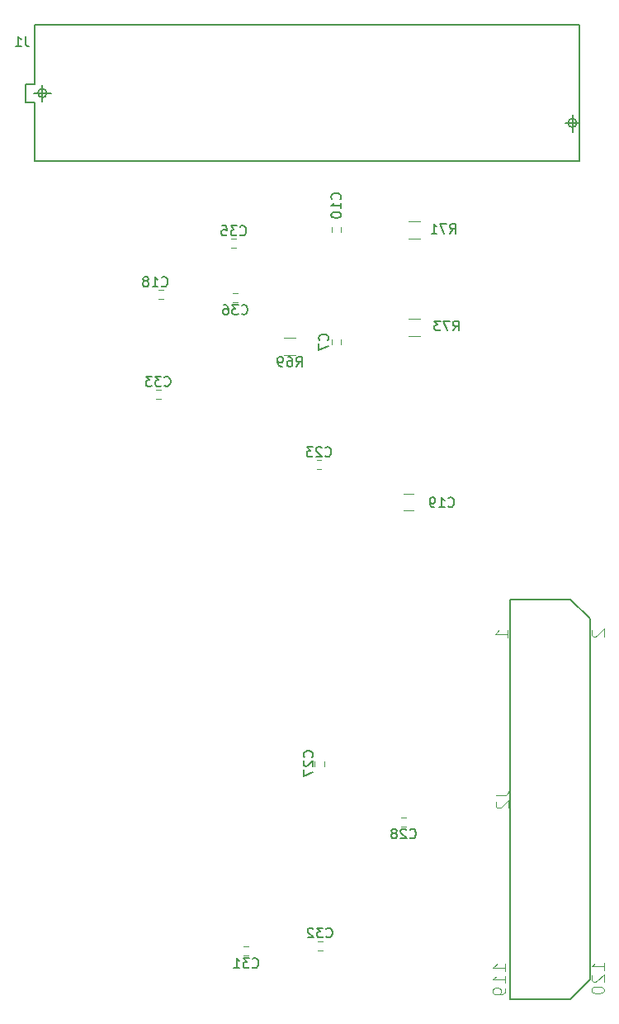
<source format=gbo>
%TF.GenerationSoftware,KiCad,Pcbnew,4.0.6*%
%TF.CreationDate,2017-07-29T17:48:31+03:00*%
%TF.ProjectId,FMC_MIPI_v1,464D435F4D4950495F76312E6B696361,rev?*%
%TF.FileFunction,Legend,Bot*%
%FSLAX46Y46*%
G04 Gerber Fmt 4.6, Leading zero omitted, Abs format (unit mm)*
G04 Created by KiCad (PCBNEW 4.0.6) date 07/29/17 17:48:31*
%MOMM*%
%LPD*%
G01*
G04 APERTURE LIST*
%ADD10C,0.100000*%
%ADD11C,0.127000*%
%ADD12C,0.120000*%
%ADD13C,0.203200*%
%ADD14C,0.101600*%
%ADD15C,0.150000*%
%ADD16C,0.177800*%
G04 APERTURE END LIST*
D10*
D11*
X145814080Y-91878060D02*
X145814080Y-132873660D01*
X145814080Y-132873660D02*
X152011680Y-132873660D01*
X152011680Y-132873660D02*
X154013200Y-130874680D01*
X154013200Y-130874680D02*
X154013200Y-93877040D01*
X154013200Y-93877040D02*
X152011680Y-91878060D01*
X152011680Y-91878060D02*
X145814080Y-91878060D01*
D12*
X123805200Y-65058400D02*
X122605200Y-65058400D01*
X122605200Y-66818400D02*
X123805200Y-66818400D01*
X135400000Y-54880000D02*
X136600000Y-54880000D01*
X136600000Y-53120000D02*
X135400000Y-53120000D01*
X136600000Y-63120000D02*
X135400000Y-63120000D01*
X135400000Y-64880000D02*
X136600000Y-64880000D01*
X127530000Y-65750000D02*
X127530000Y-65250000D01*
X128470000Y-65250000D02*
X128470000Y-65750000D01*
X128470000Y-53750000D02*
X128470000Y-54250000D01*
X127530000Y-54250000D02*
X127530000Y-53750000D01*
X109757400Y-60134400D02*
X110257400Y-60134400D01*
X110257400Y-61074400D02*
X109757400Y-61074400D01*
X135907400Y-82790400D02*
X134907400Y-82790400D01*
X134907400Y-81090400D02*
X135907400Y-81090400D01*
X125946000Y-77635000D02*
X126446000Y-77635000D01*
X126446000Y-78575000D02*
X125946000Y-78575000D01*
X126708000Y-108487400D02*
X126708000Y-108987400D01*
X125768000Y-108987400D02*
X125768000Y-108487400D01*
X135124000Y-115176400D02*
X134624000Y-115176400D01*
X134624000Y-114236400D02*
X135124000Y-114236400D01*
D13*
X152940000Y-33015000D02*
X97060000Y-33015000D01*
X97060000Y-33015000D02*
X97060000Y-39047500D01*
X97060000Y-39047500D02*
X96107500Y-39047500D01*
X96107500Y-39047500D02*
X96107500Y-40952500D01*
X96107500Y-40952500D02*
X97060000Y-40952500D01*
X97060000Y-40952500D02*
X97060000Y-46985000D01*
X97060000Y-46985000D02*
X152940000Y-46985000D01*
X152940000Y-46985000D02*
X152940000Y-33015000D01*
D11*
X152639713Y-43048000D02*
G75*
G03X152639713Y-43048000I-449013J0D01*
G01*
X152825700Y-43048000D02*
X151428700Y-43048000D01*
X152190700Y-43962400D02*
X152190700Y-42184400D01*
X98258313Y-40000000D02*
G75*
G03X98258313Y-40000000I-449013J0D01*
G01*
X98698300Y-40000000D02*
X96933000Y-40000000D01*
X97809300Y-40850900D02*
X97809300Y-39136400D01*
D12*
X118978400Y-128435200D02*
X118478400Y-128435200D01*
X118478400Y-127495200D02*
X118978400Y-127495200D01*
X126038800Y-126936400D02*
X126538800Y-126936400D01*
X126538800Y-127876400D02*
X126038800Y-127876400D01*
X109443800Y-70396000D02*
X109943800Y-70396000D01*
X109943800Y-71336000D02*
X109443800Y-71336000D01*
X117199600Y-54952800D02*
X117699600Y-54952800D01*
X117699600Y-55892800D02*
X117199600Y-55892800D01*
X117852000Y-61455400D02*
X117352000Y-61455400D01*
X117352000Y-60515400D02*
X117852000Y-60515400D01*
D14*
X144318504Y-112016027D02*
X145225647Y-112016027D01*
X145407075Y-111955551D01*
X145528028Y-111834599D01*
X145588504Y-111653170D01*
X145588504Y-111532218D01*
X144439456Y-112560313D02*
X144378980Y-112620789D01*
X144318504Y-112741741D01*
X144318504Y-113044122D01*
X144378980Y-113165075D01*
X144439456Y-113225551D01*
X144560409Y-113286027D01*
X144681361Y-113286027D01*
X144862790Y-113225551D01*
X145588504Y-112499837D01*
X145588504Y-113286027D01*
X145509764Y-95804537D02*
X145509764Y-95078823D01*
X145509764Y-95441680D02*
X144239764Y-95441680D01*
X144421192Y-95320728D01*
X144542145Y-95199775D01*
X144602621Y-95078823D01*
X154259096Y-94974683D02*
X154198620Y-95035159D01*
X154138144Y-95156111D01*
X154138144Y-95458492D01*
X154198620Y-95579445D01*
X154259096Y-95639921D01*
X154380049Y-95700397D01*
X154501001Y-95700397D01*
X154682430Y-95639921D01*
X155408144Y-94914207D01*
X155408144Y-95700397D01*
X155408144Y-129898473D02*
X155408144Y-129172759D01*
X155408144Y-129535616D02*
X154138144Y-129535616D01*
X154319572Y-129414664D01*
X154440525Y-129293711D01*
X154501001Y-129172759D01*
X154259096Y-130382283D02*
X154198620Y-130442759D01*
X154138144Y-130563711D01*
X154138144Y-130866092D01*
X154198620Y-130987045D01*
X154259096Y-131047521D01*
X154380049Y-131107997D01*
X154501001Y-131107997D01*
X154682430Y-131047521D01*
X155408144Y-130321807D01*
X155408144Y-131107997D01*
X154138144Y-131894188D02*
X154138144Y-132015140D01*
X154198620Y-132136092D01*
X154259096Y-132196569D01*
X154380049Y-132257045D01*
X154621953Y-132317521D01*
X154924334Y-132317521D01*
X155166239Y-132257045D01*
X155287191Y-132196569D01*
X155347668Y-132136092D01*
X155408144Y-132015140D01*
X155408144Y-131894188D01*
X155347668Y-131773235D01*
X155287191Y-131712759D01*
X155166239Y-131652283D01*
X154924334Y-131591807D01*
X154621953Y-131591807D01*
X154380049Y-131652283D01*
X154259096Y-131712759D01*
X154198620Y-131773235D01*
X154138144Y-131894188D01*
X145309104Y-130002613D02*
X145309104Y-129276899D01*
X145309104Y-129639756D02*
X144039104Y-129639756D01*
X144220532Y-129518804D01*
X144341485Y-129397851D01*
X144401961Y-129276899D01*
X145309104Y-131212137D02*
X145309104Y-130486423D01*
X145309104Y-130849280D02*
X144039104Y-130849280D01*
X144220532Y-130728328D01*
X144341485Y-130607375D01*
X144401961Y-130486423D01*
X145309104Y-131816899D02*
X145309104Y-132058804D01*
X145248628Y-132179756D01*
X145188151Y-132240232D01*
X145006723Y-132361185D01*
X144764818Y-132421661D01*
X144281009Y-132421661D01*
X144160056Y-132361185D01*
X144099580Y-132300709D01*
X144039104Y-132179756D01*
X144039104Y-131937852D01*
X144099580Y-131816899D01*
X144160056Y-131756423D01*
X144281009Y-131695947D01*
X144583390Y-131695947D01*
X144704342Y-131756423D01*
X144764818Y-131816899D01*
X144825294Y-131937852D01*
X144825294Y-132179756D01*
X144764818Y-132300709D01*
X144704342Y-132361185D01*
X144583390Y-132421661D01*
D15*
X123848057Y-68040781D02*
X124181391Y-67564590D01*
X124419486Y-68040781D02*
X124419486Y-67040781D01*
X124038533Y-67040781D01*
X123943295Y-67088400D01*
X123895676Y-67136019D01*
X123848057Y-67231257D01*
X123848057Y-67374114D01*
X123895676Y-67469352D01*
X123943295Y-67516971D01*
X124038533Y-67564590D01*
X124419486Y-67564590D01*
X122990914Y-67040781D02*
X123181391Y-67040781D01*
X123276629Y-67088400D01*
X123324248Y-67136019D01*
X123419486Y-67278876D01*
X123467105Y-67469352D01*
X123467105Y-67850305D01*
X123419486Y-67945543D01*
X123371867Y-67993162D01*
X123276629Y-68040781D01*
X123086152Y-68040781D01*
X122990914Y-67993162D01*
X122943295Y-67945543D01*
X122895676Y-67850305D01*
X122895676Y-67612210D01*
X122943295Y-67516971D01*
X122990914Y-67469352D01*
X123086152Y-67421733D01*
X123276629Y-67421733D01*
X123371867Y-67469352D01*
X123419486Y-67516971D01*
X123467105Y-67612210D01*
X122419486Y-68040781D02*
X122229010Y-68040781D01*
X122133771Y-67993162D01*
X122086152Y-67945543D01*
X121990914Y-67802686D01*
X121943295Y-67612210D01*
X121943295Y-67231257D01*
X121990914Y-67136019D01*
X122038533Y-67088400D01*
X122133771Y-67040781D01*
X122324248Y-67040781D01*
X122419486Y-67088400D01*
X122467105Y-67136019D01*
X122514724Y-67231257D01*
X122514724Y-67469352D01*
X122467105Y-67564590D01*
X122419486Y-67612210D01*
X122324248Y-67659829D01*
X122133771Y-67659829D01*
X122038533Y-67612210D01*
X121990914Y-67564590D01*
X121943295Y-67469352D01*
X139617857Y-54402381D02*
X139951191Y-53926190D01*
X140189286Y-54402381D02*
X140189286Y-53402381D01*
X139808333Y-53402381D01*
X139713095Y-53450000D01*
X139665476Y-53497619D01*
X139617857Y-53592857D01*
X139617857Y-53735714D01*
X139665476Y-53830952D01*
X139713095Y-53878571D01*
X139808333Y-53926190D01*
X140189286Y-53926190D01*
X139284524Y-53402381D02*
X138617857Y-53402381D01*
X139046429Y-54402381D01*
X137713095Y-54402381D02*
X138284524Y-54402381D01*
X137998810Y-54402381D02*
X137998810Y-53402381D01*
X138094048Y-53545238D01*
X138189286Y-53640476D01*
X138284524Y-53688095D01*
X139942857Y-64352381D02*
X140276191Y-63876190D01*
X140514286Y-64352381D02*
X140514286Y-63352381D01*
X140133333Y-63352381D01*
X140038095Y-63400000D01*
X139990476Y-63447619D01*
X139942857Y-63542857D01*
X139942857Y-63685714D01*
X139990476Y-63780952D01*
X140038095Y-63828571D01*
X140133333Y-63876190D01*
X140514286Y-63876190D01*
X139609524Y-63352381D02*
X138942857Y-63352381D01*
X139371429Y-64352381D01*
X138657143Y-63352381D02*
X138038095Y-63352381D01*
X138371429Y-63733333D01*
X138228571Y-63733333D01*
X138133333Y-63780952D01*
X138085714Y-63828571D01*
X138038095Y-63923810D01*
X138038095Y-64161905D01*
X138085714Y-64257143D01*
X138133333Y-64304762D01*
X138228571Y-64352381D01*
X138514286Y-64352381D01*
X138609524Y-64304762D01*
X138657143Y-64257143D01*
X127087143Y-65333334D02*
X127134762Y-65285715D01*
X127182381Y-65142858D01*
X127182381Y-65047620D01*
X127134762Y-64904762D01*
X127039524Y-64809524D01*
X126944286Y-64761905D01*
X126753810Y-64714286D01*
X126610952Y-64714286D01*
X126420476Y-64761905D01*
X126325238Y-64809524D01*
X126230000Y-64904762D01*
X126182381Y-65047620D01*
X126182381Y-65142858D01*
X126230000Y-65285715D01*
X126277619Y-65333334D01*
X126182381Y-65666667D02*
X126182381Y-66333334D01*
X127182381Y-65904762D01*
X128357143Y-50868343D02*
X128404762Y-50820724D01*
X128452381Y-50677867D01*
X128452381Y-50582629D01*
X128404762Y-50439771D01*
X128309524Y-50344533D01*
X128214286Y-50296914D01*
X128023810Y-50249295D01*
X127880952Y-50249295D01*
X127690476Y-50296914D01*
X127595238Y-50344533D01*
X127500000Y-50439771D01*
X127452381Y-50582629D01*
X127452381Y-50677867D01*
X127500000Y-50820724D01*
X127547619Y-50868343D01*
X128452381Y-51820724D02*
X128452381Y-51249295D01*
X128452381Y-51535009D02*
X127452381Y-51535009D01*
X127595238Y-51439771D01*
X127690476Y-51344533D01*
X127738095Y-51249295D01*
X127452381Y-52439771D02*
X127452381Y-52535010D01*
X127500000Y-52630248D01*
X127547619Y-52677867D01*
X127642857Y-52725486D01*
X127833333Y-52773105D01*
X128071429Y-52773105D01*
X128261905Y-52725486D01*
X128357143Y-52677867D01*
X128404762Y-52630248D01*
X128452381Y-52535010D01*
X128452381Y-52439771D01*
X128404762Y-52344533D01*
X128357143Y-52296914D01*
X128261905Y-52249295D01*
X128071429Y-52201676D01*
X127833333Y-52201676D01*
X127642857Y-52249295D01*
X127547619Y-52296914D01*
X127500000Y-52344533D01*
X127452381Y-52439771D01*
X110049457Y-59742343D02*
X110097076Y-59789962D01*
X110239933Y-59837581D01*
X110335171Y-59837581D01*
X110478029Y-59789962D01*
X110573267Y-59694724D01*
X110620886Y-59599486D01*
X110668505Y-59409010D01*
X110668505Y-59266152D01*
X110620886Y-59075676D01*
X110573267Y-58980438D01*
X110478029Y-58885200D01*
X110335171Y-58837581D01*
X110239933Y-58837581D01*
X110097076Y-58885200D01*
X110049457Y-58932819D01*
X109097076Y-59837581D02*
X109668505Y-59837581D01*
X109382791Y-59837581D02*
X109382791Y-58837581D01*
X109478029Y-58980438D01*
X109573267Y-59075676D01*
X109668505Y-59123295D01*
X108525648Y-59266152D02*
X108620886Y-59218533D01*
X108668505Y-59170914D01*
X108716124Y-59075676D01*
X108716124Y-59028057D01*
X108668505Y-58932819D01*
X108620886Y-58885200D01*
X108525648Y-58837581D01*
X108335171Y-58837581D01*
X108239933Y-58885200D01*
X108192314Y-58932819D01*
X108144695Y-59028057D01*
X108144695Y-59075676D01*
X108192314Y-59170914D01*
X108239933Y-59218533D01*
X108335171Y-59266152D01*
X108525648Y-59266152D01*
X108620886Y-59313771D01*
X108668505Y-59361390D01*
X108716124Y-59456629D01*
X108716124Y-59647105D01*
X108668505Y-59742343D01*
X108620886Y-59789962D01*
X108525648Y-59837581D01*
X108335171Y-59837581D01*
X108239933Y-59789962D01*
X108192314Y-59742343D01*
X108144695Y-59647105D01*
X108144695Y-59456629D01*
X108192314Y-59361390D01*
X108239933Y-59313771D01*
X108335171Y-59266152D01*
X139453857Y-82348343D02*
X139501476Y-82395962D01*
X139644333Y-82443581D01*
X139739571Y-82443581D01*
X139882429Y-82395962D01*
X139977667Y-82300724D01*
X140025286Y-82205486D01*
X140072905Y-82015010D01*
X140072905Y-81872152D01*
X140025286Y-81681676D01*
X139977667Y-81586438D01*
X139882429Y-81491200D01*
X139739571Y-81443581D01*
X139644333Y-81443581D01*
X139501476Y-81491200D01*
X139453857Y-81538819D01*
X138501476Y-82443581D02*
X139072905Y-82443581D01*
X138787191Y-82443581D02*
X138787191Y-81443581D01*
X138882429Y-81586438D01*
X138977667Y-81681676D01*
X139072905Y-81729295D01*
X138025286Y-82443581D02*
X137834810Y-82443581D01*
X137739571Y-82395962D01*
X137691952Y-82348343D01*
X137596714Y-82205486D01*
X137549095Y-82015010D01*
X137549095Y-81634057D01*
X137596714Y-81538819D01*
X137644333Y-81491200D01*
X137739571Y-81443581D01*
X137930048Y-81443581D01*
X138025286Y-81491200D01*
X138072905Y-81538819D01*
X138120524Y-81634057D01*
X138120524Y-81872152D01*
X138072905Y-81967390D01*
X138025286Y-82015010D01*
X137930048Y-82062629D01*
X137739571Y-82062629D01*
X137644333Y-82015010D01*
X137596714Y-81967390D01*
X137549095Y-81872152D01*
X126838857Y-77192143D02*
X126886476Y-77239762D01*
X127029333Y-77287381D01*
X127124571Y-77287381D01*
X127267429Y-77239762D01*
X127362667Y-77144524D01*
X127410286Y-77049286D01*
X127457905Y-76858810D01*
X127457905Y-76715952D01*
X127410286Y-76525476D01*
X127362667Y-76430238D01*
X127267429Y-76335000D01*
X127124571Y-76287381D01*
X127029333Y-76287381D01*
X126886476Y-76335000D01*
X126838857Y-76382619D01*
X126457905Y-76382619D02*
X126410286Y-76335000D01*
X126315048Y-76287381D01*
X126076952Y-76287381D01*
X125981714Y-76335000D01*
X125934095Y-76382619D01*
X125886476Y-76477857D01*
X125886476Y-76573095D01*
X125934095Y-76715952D01*
X126505524Y-77287381D01*
X125886476Y-77287381D01*
X125553143Y-76287381D02*
X124934095Y-76287381D01*
X125267429Y-76668333D01*
X125124571Y-76668333D01*
X125029333Y-76715952D01*
X124981714Y-76763571D01*
X124934095Y-76858810D01*
X124934095Y-77096905D01*
X124981714Y-77192143D01*
X125029333Y-77239762D01*
X125124571Y-77287381D01*
X125410286Y-77287381D01*
X125505524Y-77239762D01*
X125553143Y-77192143D01*
X125502943Y-108069143D02*
X125550562Y-108021524D01*
X125598181Y-107878667D01*
X125598181Y-107783429D01*
X125550562Y-107640571D01*
X125455324Y-107545333D01*
X125360086Y-107497714D01*
X125169610Y-107450095D01*
X125026752Y-107450095D01*
X124836276Y-107497714D01*
X124741038Y-107545333D01*
X124645800Y-107640571D01*
X124598181Y-107783429D01*
X124598181Y-107878667D01*
X124645800Y-108021524D01*
X124693419Y-108069143D01*
X124693419Y-108450095D02*
X124645800Y-108497714D01*
X124598181Y-108592952D01*
X124598181Y-108831048D01*
X124645800Y-108926286D01*
X124693419Y-108973905D01*
X124788657Y-109021524D01*
X124883895Y-109021524D01*
X125026752Y-108973905D01*
X125598181Y-108402476D01*
X125598181Y-109021524D01*
X124598181Y-109354857D02*
X124598181Y-110021524D01*
X125598181Y-109592952D01*
X135516857Y-116333543D02*
X135564476Y-116381162D01*
X135707333Y-116428781D01*
X135802571Y-116428781D01*
X135945429Y-116381162D01*
X136040667Y-116285924D01*
X136088286Y-116190686D01*
X136135905Y-116000210D01*
X136135905Y-115857352D01*
X136088286Y-115666876D01*
X136040667Y-115571638D01*
X135945429Y-115476400D01*
X135802571Y-115428781D01*
X135707333Y-115428781D01*
X135564476Y-115476400D01*
X135516857Y-115524019D01*
X135135905Y-115524019D02*
X135088286Y-115476400D01*
X134993048Y-115428781D01*
X134754952Y-115428781D01*
X134659714Y-115476400D01*
X134612095Y-115524019D01*
X134564476Y-115619257D01*
X134564476Y-115714495D01*
X134612095Y-115857352D01*
X135183524Y-116428781D01*
X134564476Y-116428781D01*
X133993048Y-115857352D02*
X134088286Y-115809733D01*
X134135905Y-115762114D01*
X134183524Y-115666876D01*
X134183524Y-115619257D01*
X134135905Y-115524019D01*
X134088286Y-115476400D01*
X133993048Y-115428781D01*
X133802571Y-115428781D01*
X133707333Y-115476400D01*
X133659714Y-115524019D01*
X133612095Y-115619257D01*
X133612095Y-115666876D01*
X133659714Y-115762114D01*
X133707333Y-115809733D01*
X133802571Y-115857352D01*
X133993048Y-115857352D01*
X134088286Y-115904971D01*
X134135905Y-115952590D01*
X134183524Y-116047829D01*
X134183524Y-116238305D01*
X134135905Y-116333543D01*
X134088286Y-116381162D01*
X133993048Y-116428781D01*
X133802571Y-116428781D01*
X133707333Y-116381162D01*
X133659714Y-116333543D01*
X133612095Y-116238305D01*
X133612095Y-116047829D01*
X133659714Y-115952590D01*
X133707333Y-115904971D01*
X133802571Y-115857352D01*
D16*
X96088667Y-34193619D02*
X96088667Y-34919333D01*
X96137047Y-35064476D01*
X96233809Y-35161238D01*
X96378952Y-35209619D01*
X96475714Y-35209619D01*
X95072667Y-35209619D02*
X95653238Y-35209619D01*
X95362952Y-35209619D02*
X95362952Y-34193619D01*
X95459714Y-34338762D01*
X95556476Y-34435524D01*
X95653238Y-34483905D01*
D15*
X119371257Y-129592343D02*
X119418876Y-129639962D01*
X119561733Y-129687581D01*
X119656971Y-129687581D01*
X119799829Y-129639962D01*
X119895067Y-129544724D01*
X119942686Y-129449486D01*
X119990305Y-129259010D01*
X119990305Y-129116152D01*
X119942686Y-128925676D01*
X119895067Y-128830438D01*
X119799829Y-128735200D01*
X119656971Y-128687581D01*
X119561733Y-128687581D01*
X119418876Y-128735200D01*
X119371257Y-128782819D01*
X119037924Y-128687581D02*
X118418876Y-128687581D01*
X118752210Y-129068533D01*
X118609352Y-129068533D01*
X118514114Y-129116152D01*
X118466495Y-129163771D01*
X118418876Y-129259010D01*
X118418876Y-129497105D01*
X118466495Y-129592343D01*
X118514114Y-129639962D01*
X118609352Y-129687581D01*
X118895067Y-129687581D01*
X118990305Y-129639962D01*
X119037924Y-129592343D01*
X117466495Y-129687581D02*
X118037924Y-129687581D01*
X117752210Y-129687581D02*
X117752210Y-128687581D01*
X117847448Y-128830438D01*
X117942686Y-128925676D01*
X118037924Y-128973295D01*
X126931657Y-126493543D02*
X126979276Y-126541162D01*
X127122133Y-126588781D01*
X127217371Y-126588781D01*
X127360229Y-126541162D01*
X127455467Y-126445924D01*
X127503086Y-126350686D01*
X127550705Y-126160210D01*
X127550705Y-126017352D01*
X127503086Y-125826876D01*
X127455467Y-125731638D01*
X127360229Y-125636400D01*
X127217371Y-125588781D01*
X127122133Y-125588781D01*
X126979276Y-125636400D01*
X126931657Y-125684019D01*
X126598324Y-125588781D02*
X125979276Y-125588781D01*
X126312610Y-125969733D01*
X126169752Y-125969733D01*
X126074514Y-126017352D01*
X126026895Y-126064971D01*
X125979276Y-126160210D01*
X125979276Y-126398305D01*
X126026895Y-126493543D01*
X126074514Y-126541162D01*
X126169752Y-126588781D01*
X126455467Y-126588781D01*
X126550705Y-126541162D01*
X126598324Y-126493543D01*
X125598324Y-125684019D02*
X125550705Y-125636400D01*
X125455467Y-125588781D01*
X125217371Y-125588781D01*
X125122133Y-125636400D01*
X125074514Y-125684019D01*
X125026895Y-125779257D01*
X125026895Y-125874495D01*
X125074514Y-126017352D01*
X125645943Y-126588781D01*
X125026895Y-126588781D01*
X110336657Y-69953143D02*
X110384276Y-70000762D01*
X110527133Y-70048381D01*
X110622371Y-70048381D01*
X110765229Y-70000762D01*
X110860467Y-69905524D01*
X110908086Y-69810286D01*
X110955705Y-69619810D01*
X110955705Y-69476952D01*
X110908086Y-69286476D01*
X110860467Y-69191238D01*
X110765229Y-69096000D01*
X110622371Y-69048381D01*
X110527133Y-69048381D01*
X110384276Y-69096000D01*
X110336657Y-69143619D01*
X110003324Y-69048381D02*
X109384276Y-69048381D01*
X109717610Y-69429333D01*
X109574752Y-69429333D01*
X109479514Y-69476952D01*
X109431895Y-69524571D01*
X109384276Y-69619810D01*
X109384276Y-69857905D01*
X109431895Y-69953143D01*
X109479514Y-70000762D01*
X109574752Y-70048381D01*
X109860467Y-70048381D01*
X109955705Y-70000762D01*
X110003324Y-69953143D01*
X109050943Y-69048381D02*
X108431895Y-69048381D01*
X108765229Y-69429333D01*
X108622371Y-69429333D01*
X108527133Y-69476952D01*
X108479514Y-69524571D01*
X108431895Y-69619810D01*
X108431895Y-69857905D01*
X108479514Y-69953143D01*
X108527133Y-70000762D01*
X108622371Y-70048381D01*
X108908086Y-70048381D01*
X109003324Y-70000762D01*
X109050943Y-69953143D01*
X118092457Y-54509943D02*
X118140076Y-54557562D01*
X118282933Y-54605181D01*
X118378171Y-54605181D01*
X118521029Y-54557562D01*
X118616267Y-54462324D01*
X118663886Y-54367086D01*
X118711505Y-54176610D01*
X118711505Y-54033752D01*
X118663886Y-53843276D01*
X118616267Y-53748038D01*
X118521029Y-53652800D01*
X118378171Y-53605181D01*
X118282933Y-53605181D01*
X118140076Y-53652800D01*
X118092457Y-53700419D01*
X117759124Y-53605181D02*
X117140076Y-53605181D01*
X117473410Y-53986133D01*
X117330552Y-53986133D01*
X117235314Y-54033752D01*
X117187695Y-54081371D01*
X117140076Y-54176610D01*
X117140076Y-54414705D01*
X117187695Y-54509943D01*
X117235314Y-54557562D01*
X117330552Y-54605181D01*
X117616267Y-54605181D01*
X117711505Y-54557562D01*
X117759124Y-54509943D01*
X116235314Y-53605181D02*
X116711505Y-53605181D01*
X116759124Y-54081371D01*
X116711505Y-54033752D01*
X116616267Y-53986133D01*
X116378171Y-53986133D01*
X116282933Y-54033752D01*
X116235314Y-54081371D01*
X116187695Y-54176610D01*
X116187695Y-54414705D01*
X116235314Y-54509943D01*
X116282933Y-54557562D01*
X116378171Y-54605181D01*
X116616267Y-54605181D01*
X116711505Y-54557562D01*
X116759124Y-54509943D01*
X118244857Y-62612543D02*
X118292476Y-62660162D01*
X118435333Y-62707781D01*
X118530571Y-62707781D01*
X118673429Y-62660162D01*
X118768667Y-62564924D01*
X118816286Y-62469686D01*
X118863905Y-62279210D01*
X118863905Y-62136352D01*
X118816286Y-61945876D01*
X118768667Y-61850638D01*
X118673429Y-61755400D01*
X118530571Y-61707781D01*
X118435333Y-61707781D01*
X118292476Y-61755400D01*
X118244857Y-61803019D01*
X117911524Y-61707781D02*
X117292476Y-61707781D01*
X117625810Y-62088733D01*
X117482952Y-62088733D01*
X117387714Y-62136352D01*
X117340095Y-62183971D01*
X117292476Y-62279210D01*
X117292476Y-62517305D01*
X117340095Y-62612543D01*
X117387714Y-62660162D01*
X117482952Y-62707781D01*
X117768667Y-62707781D01*
X117863905Y-62660162D01*
X117911524Y-62612543D01*
X116435333Y-61707781D02*
X116625810Y-61707781D01*
X116721048Y-61755400D01*
X116768667Y-61803019D01*
X116863905Y-61945876D01*
X116911524Y-62136352D01*
X116911524Y-62517305D01*
X116863905Y-62612543D01*
X116816286Y-62660162D01*
X116721048Y-62707781D01*
X116530571Y-62707781D01*
X116435333Y-62660162D01*
X116387714Y-62612543D01*
X116340095Y-62517305D01*
X116340095Y-62279210D01*
X116387714Y-62183971D01*
X116435333Y-62136352D01*
X116530571Y-62088733D01*
X116721048Y-62088733D01*
X116816286Y-62136352D01*
X116863905Y-62183971D01*
X116911524Y-62279210D01*
M02*

</source>
